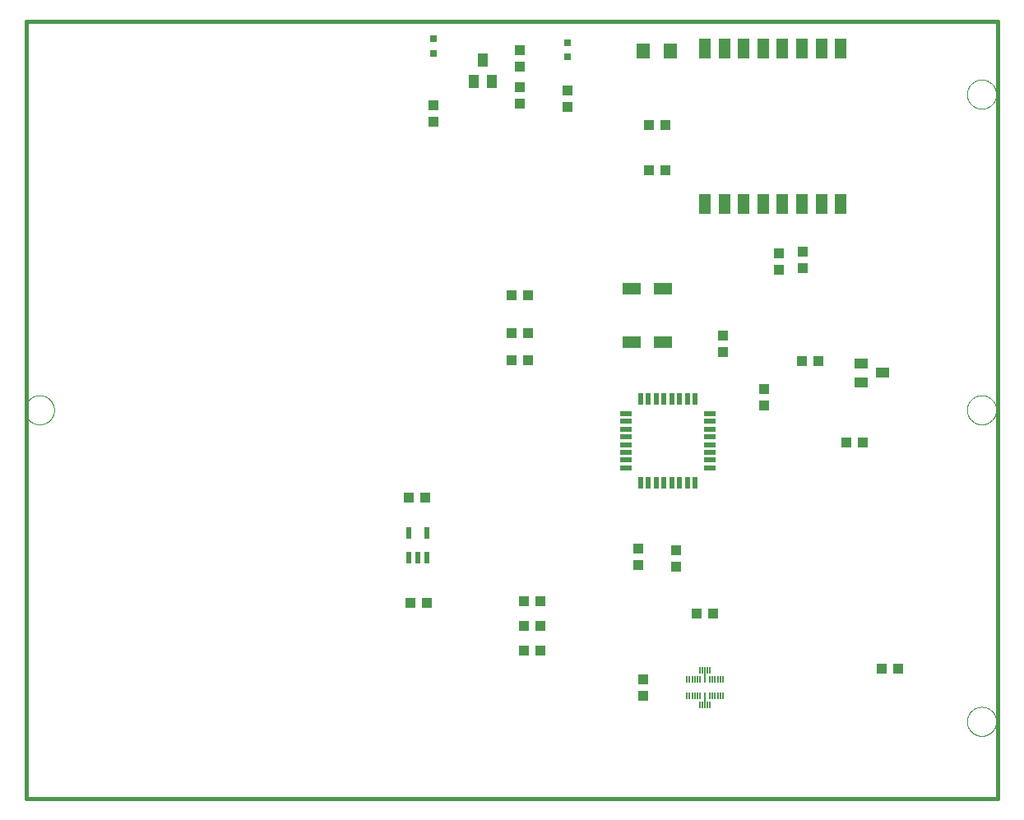
<source format=gtp>
G75*
%MOIN*%
%OFA0B0*%
%FSLAX25Y25*%
%IPPOS*%
%LPD*%
%AMOC8*
5,1,8,0,0,1.08239X$1,22.5*
%
%ADD10C,0.01600*%
%ADD11C,0.00000*%
%ADD12R,0.05512X0.06299*%
%ADD13R,0.04331X0.03937*%
%ADD14R,0.02165X0.04724*%
%ADD15R,0.03937X0.04331*%
%ADD16R,0.07480X0.05118*%
%ADD17R,0.03150X0.03150*%
%ADD18R,0.05118X0.07874*%
%ADD19R,0.02200X0.05000*%
%ADD20R,0.05000X0.02200*%
%ADD21R,0.01121X0.02756*%
%ADD22R,0.03937X0.05512*%
%ADD23R,0.05512X0.03937*%
D10*
X0001800Y0018126D02*
X0395501Y0018126D01*
X0395501Y0333087D01*
X0001800Y0333087D01*
X0001800Y0018126D01*
D11*
X0001209Y0175606D02*
X0001211Y0175759D01*
X0001217Y0175913D01*
X0001227Y0176066D01*
X0001241Y0176218D01*
X0001259Y0176371D01*
X0001281Y0176522D01*
X0001306Y0176673D01*
X0001336Y0176824D01*
X0001370Y0176974D01*
X0001407Y0177122D01*
X0001448Y0177270D01*
X0001493Y0177416D01*
X0001542Y0177562D01*
X0001595Y0177706D01*
X0001651Y0177848D01*
X0001711Y0177989D01*
X0001775Y0178129D01*
X0001842Y0178267D01*
X0001913Y0178403D01*
X0001988Y0178537D01*
X0002065Y0178669D01*
X0002147Y0178799D01*
X0002231Y0178927D01*
X0002319Y0179053D01*
X0002410Y0179176D01*
X0002504Y0179297D01*
X0002602Y0179415D01*
X0002702Y0179531D01*
X0002806Y0179644D01*
X0002912Y0179755D01*
X0003021Y0179863D01*
X0003133Y0179968D01*
X0003247Y0180069D01*
X0003365Y0180168D01*
X0003484Y0180264D01*
X0003606Y0180357D01*
X0003731Y0180446D01*
X0003858Y0180533D01*
X0003987Y0180615D01*
X0004118Y0180695D01*
X0004251Y0180771D01*
X0004386Y0180844D01*
X0004523Y0180913D01*
X0004662Y0180978D01*
X0004802Y0181040D01*
X0004944Y0181098D01*
X0005087Y0181153D01*
X0005232Y0181204D01*
X0005378Y0181251D01*
X0005525Y0181294D01*
X0005673Y0181333D01*
X0005822Y0181369D01*
X0005972Y0181400D01*
X0006123Y0181428D01*
X0006274Y0181452D01*
X0006427Y0181472D01*
X0006579Y0181488D01*
X0006732Y0181500D01*
X0006885Y0181508D01*
X0007038Y0181512D01*
X0007192Y0181512D01*
X0007345Y0181508D01*
X0007498Y0181500D01*
X0007651Y0181488D01*
X0007803Y0181472D01*
X0007956Y0181452D01*
X0008107Y0181428D01*
X0008258Y0181400D01*
X0008408Y0181369D01*
X0008557Y0181333D01*
X0008705Y0181294D01*
X0008852Y0181251D01*
X0008998Y0181204D01*
X0009143Y0181153D01*
X0009286Y0181098D01*
X0009428Y0181040D01*
X0009568Y0180978D01*
X0009707Y0180913D01*
X0009844Y0180844D01*
X0009979Y0180771D01*
X0010112Y0180695D01*
X0010243Y0180615D01*
X0010372Y0180533D01*
X0010499Y0180446D01*
X0010624Y0180357D01*
X0010746Y0180264D01*
X0010865Y0180168D01*
X0010983Y0180069D01*
X0011097Y0179968D01*
X0011209Y0179863D01*
X0011318Y0179755D01*
X0011424Y0179644D01*
X0011528Y0179531D01*
X0011628Y0179415D01*
X0011726Y0179297D01*
X0011820Y0179176D01*
X0011911Y0179053D01*
X0011999Y0178927D01*
X0012083Y0178799D01*
X0012165Y0178669D01*
X0012242Y0178537D01*
X0012317Y0178403D01*
X0012388Y0178267D01*
X0012455Y0178129D01*
X0012519Y0177989D01*
X0012579Y0177848D01*
X0012635Y0177706D01*
X0012688Y0177562D01*
X0012737Y0177416D01*
X0012782Y0177270D01*
X0012823Y0177122D01*
X0012860Y0176974D01*
X0012894Y0176824D01*
X0012924Y0176673D01*
X0012949Y0176522D01*
X0012971Y0176371D01*
X0012989Y0176218D01*
X0013003Y0176066D01*
X0013013Y0175913D01*
X0013019Y0175759D01*
X0013021Y0175606D01*
X0013019Y0175453D01*
X0013013Y0175299D01*
X0013003Y0175146D01*
X0012989Y0174994D01*
X0012971Y0174841D01*
X0012949Y0174690D01*
X0012924Y0174539D01*
X0012894Y0174388D01*
X0012860Y0174238D01*
X0012823Y0174090D01*
X0012782Y0173942D01*
X0012737Y0173796D01*
X0012688Y0173650D01*
X0012635Y0173506D01*
X0012579Y0173364D01*
X0012519Y0173223D01*
X0012455Y0173083D01*
X0012388Y0172945D01*
X0012317Y0172809D01*
X0012242Y0172675D01*
X0012165Y0172543D01*
X0012083Y0172413D01*
X0011999Y0172285D01*
X0011911Y0172159D01*
X0011820Y0172036D01*
X0011726Y0171915D01*
X0011628Y0171797D01*
X0011528Y0171681D01*
X0011424Y0171568D01*
X0011318Y0171457D01*
X0011209Y0171349D01*
X0011097Y0171244D01*
X0010983Y0171143D01*
X0010865Y0171044D01*
X0010746Y0170948D01*
X0010624Y0170855D01*
X0010499Y0170766D01*
X0010372Y0170679D01*
X0010243Y0170597D01*
X0010112Y0170517D01*
X0009979Y0170441D01*
X0009844Y0170368D01*
X0009707Y0170299D01*
X0009568Y0170234D01*
X0009428Y0170172D01*
X0009286Y0170114D01*
X0009143Y0170059D01*
X0008998Y0170008D01*
X0008852Y0169961D01*
X0008705Y0169918D01*
X0008557Y0169879D01*
X0008408Y0169843D01*
X0008258Y0169812D01*
X0008107Y0169784D01*
X0007956Y0169760D01*
X0007803Y0169740D01*
X0007651Y0169724D01*
X0007498Y0169712D01*
X0007345Y0169704D01*
X0007192Y0169700D01*
X0007038Y0169700D01*
X0006885Y0169704D01*
X0006732Y0169712D01*
X0006579Y0169724D01*
X0006427Y0169740D01*
X0006274Y0169760D01*
X0006123Y0169784D01*
X0005972Y0169812D01*
X0005822Y0169843D01*
X0005673Y0169879D01*
X0005525Y0169918D01*
X0005378Y0169961D01*
X0005232Y0170008D01*
X0005087Y0170059D01*
X0004944Y0170114D01*
X0004802Y0170172D01*
X0004662Y0170234D01*
X0004523Y0170299D01*
X0004386Y0170368D01*
X0004251Y0170441D01*
X0004118Y0170517D01*
X0003987Y0170597D01*
X0003858Y0170679D01*
X0003731Y0170766D01*
X0003606Y0170855D01*
X0003484Y0170948D01*
X0003365Y0171044D01*
X0003247Y0171143D01*
X0003133Y0171244D01*
X0003021Y0171349D01*
X0002912Y0171457D01*
X0002806Y0171568D01*
X0002702Y0171681D01*
X0002602Y0171797D01*
X0002504Y0171915D01*
X0002410Y0172036D01*
X0002319Y0172159D01*
X0002231Y0172285D01*
X0002147Y0172413D01*
X0002065Y0172543D01*
X0001988Y0172675D01*
X0001913Y0172809D01*
X0001842Y0172945D01*
X0001775Y0173083D01*
X0001711Y0173223D01*
X0001651Y0173364D01*
X0001595Y0173506D01*
X0001542Y0173650D01*
X0001493Y0173796D01*
X0001448Y0173942D01*
X0001407Y0174090D01*
X0001370Y0174238D01*
X0001336Y0174388D01*
X0001306Y0174539D01*
X0001281Y0174690D01*
X0001259Y0174841D01*
X0001241Y0174994D01*
X0001227Y0175146D01*
X0001217Y0175299D01*
X0001211Y0175453D01*
X0001209Y0175606D01*
X0383040Y0175606D02*
X0383042Y0175759D01*
X0383048Y0175913D01*
X0383058Y0176066D01*
X0383072Y0176218D01*
X0383090Y0176371D01*
X0383112Y0176522D01*
X0383137Y0176673D01*
X0383167Y0176824D01*
X0383201Y0176974D01*
X0383238Y0177122D01*
X0383279Y0177270D01*
X0383324Y0177416D01*
X0383373Y0177562D01*
X0383426Y0177706D01*
X0383482Y0177848D01*
X0383542Y0177989D01*
X0383606Y0178129D01*
X0383673Y0178267D01*
X0383744Y0178403D01*
X0383819Y0178537D01*
X0383896Y0178669D01*
X0383978Y0178799D01*
X0384062Y0178927D01*
X0384150Y0179053D01*
X0384241Y0179176D01*
X0384335Y0179297D01*
X0384433Y0179415D01*
X0384533Y0179531D01*
X0384637Y0179644D01*
X0384743Y0179755D01*
X0384852Y0179863D01*
X0384964Y0179968D01*
X0385078Y0180069D01*
X0385196Y0180168D01*
X0385315Y0180264D01*
X0385437Y0180357D01*
X0385562Y0180446D01*
X0385689Y0180533D01*
X0385818Y0180615D01*
X0385949Y0180695D01*
X0386082Y0180771D01*
X0386217Y0180844D01*
X0386354Y0180913D01*
X0386493Y0180978D01*
X0386633Y0181040D01*
X0386775Y0181098D01*
X0386918Y0181153D01*
X0387063Y0181204D01*
X0387209Y0181251D01*
X0387356Y0181294D01*
X0387504Y0181333D01*
X0387653Y0181369D01*
X0387803Y0181400D01*
X0387954Y0181428D01*
X0388105Y0181452D01*
X0388258Y0181472D01*
X0388410Y0181488D01*
X0388563Y0181500D01*
X0388716Y0181508D01*
X0388869Y0181512D01*
X0389023Y0181512D01*
X0389176Y0181508D01*
X0389329Y0181500D01*
X0389482Y0181488D01*
X0389634Y0181472D01*
X0389787Y0181452D01*
X0389938Y0181428D01*
X0390089Y0181400D01*
X0390239Y0181369D01*
X0390388Y0181333D01*
X0390536Y0181294D01*
X0390683Y0181251D01*
X0390829Y0181204D01*
X0390974Y0181153D01*
X0391117Y0181098D01*
X0391259Y0181040D01*
X0391399Y0180978D01*
X0391538Y0180913D01*
X0391675Y0180844D01*
X0391810Y0180771D01*
X0391943Y0180695D01*
X0392074Y0180615D01*
X0392203Y0180533D01*
X0392330Y0180446D01*
X0392455Y0180357D01*
X0392577Y0180264D01*
X0392696Y0180168D01*
X0392814Y0180069D01*
X0392928Y0179968D01*
X0393040Y0179863D01*
X0393149Y0179755D01*
X0393255Y0179644D01*
X0393359Y0179531D01*
X0393459Y0179415D01*
X0393557Y0179297D01*
X0393651Y0179176D01*
X0393742Y0179053D01*
X0393830Y0178927D01*
X0393914Y0178799D01*
X0393996Y0178669D01*
X0394073Y0178537D01*
X0394148Y0178403D01*
X0394219Y0178267D01*
X0394286Y0178129D01*
X0394350Y0177989D01*
X0394410Y0177848D01*
X0394466Y0177706D01*
X0394519Y0177562D01*
X0394568Y0177416D01*
X0394613Y0177270D01*
X0394654Y0177122D01*
X0394691Y0176974D01*
X0394725Y0176824D01*
X0394755Y0176673D01*
X0394780Y0176522D01*
X0394802Y0176371D01*
X0394820Y0176218D01*
X0394834Y0176066D01*
X0394844Y0175913D01*
X0394850Y0175759D01*
X0394852Y0175606D01*
X0394850Y0175453D01*
X0394844Y0175299D01*
X0394834Y0175146D01*
X0394820Y0174994D01*
X0394802Y0174841D01*
X0394780Y0174690D01*
X0394755Y0174539D01*
X0394725Y0174388D01*
X0394691Y0174238D01*
X0394654Y0174090D01*
X0394613Y0173942D01*
X0394568Y0173796D01*
X0394519Y0173650D01*
X0394466Y0173506D01*
X0394410Y0173364D01*
X0394350Y0173223D01*
X0394286Y0173083D01*
X0394219Y0172945D01*
X0394148Y0172809D01*
X0394073Y0172675D01*
X0393996Y0172543D01*
X0393914Y0172413D01*
X0393830Y0172285D01*
X0393742Y0172159D01*
X0393651Y0172036D01*
X0393557Y0171915D01*
X0393459Y0171797D01*
X0393359Y0171681D01*
X0393255Y0171568D01*
X0393149Y0171457D01*
X0393040Y0171349D01*
X0392928Y0171244D01*
X0392814Y0171143D01*
X0392696Y0171044D01*
X0392577Y0170948D01*
X0392455Y0170855D01*
X0392330Y0170766D01*
X0392203Y0170679D01*
X0392074Y0170597D01*
X0391943Y0170517D01*
X0391810Y0170441D01*
X0391675Y0170368D01*
X0391538Y0170299D01*
X0391399Y0170234D01*
X0391259Y0170172D01*
X0391117Y0170114D01*
X0390974Y0170059D01*
X0390829Y0170008D01*
X0390683Y0169961D01*
X0390536Y0169918D01*
X0390388Y0169879D01*
X0390239Y0169843D01*
X0390089Y0169812D01*
X0389938Y0169784D01*
X0389787Y0169760D01*
X0389634Y0169740D01*
X0389482Y0169724D01*
X0389329Y0169712D01*
X0389176Y0169704D01*
X0389023Y0169700D01*
X0388869Y0169700D01*
X0388716Y0169704D01*
X0388563Y0169712D01*
X0388410Y0169724D01*
X0388258Y0169740D01*
X0388105Y0169760D01*
X0387954Y0169784D01*
X0387803Y0169812D01*
X0387653Y0169843D01*
X0387504Y0169879D01*
X0387356Y0169918D01*
X0387209Y0169961D01*
X0387063Y0170008D01*
X0386918Y0170059D01*
X0386775Y0170114D01*
X0386633Y0170172D01*
X0386493Y0170234D01*
X0386354Y0170299D01*
X0386217Y0170368D01*
X0386082Y0170441D01*
X0385949Y0170517D01*
X0385818Y0170597D01*
X0385689Y0170679D01*
X0385562Y0170766D01*
X0385437Y0170855D01*
X0385315Y0170948D01*
X0385196Y0171044D01*
X0385078Y0171143D01*
X0384964Y0171244D01*
X0384852Y0171349D01*
X0384743Y0171457D01*
X0384637Y0171568D01*
X0384533Y0171681D01*
X0384433Y0171797D01*
X0384335Y0171915D01*
X0384241Y0172036D01*
X0384150Y0172159D01*
X0384062Y0172285D01*
X0383978Y0172413D01*
X0383896Y0172543D01*
X0383819Y0172675D01*
X0383744Y0172809D01*
X0383673Y0172945D01*
X0383606Y0173083D01*
X0383542Y0173223D01*
X0383482Y0173364D01*
X0383426Y0173506D01*
X0383373Y0173650D01*
X0383324Y0173796D01*
X0383279Y0173942D01*
X0383238Y0174090D01*
X0383201Y0174238D01*
X0383167Y0174388D01*
X0383137Y0174539D01*
X0383112Y0174690D01*
X0383090Y0174841D01*
X0383072Y0174994D01*
X0383058Y0175146D01*
X0383048Y0175299D01*
X0383042Y0175453D01*
X0383040Y0175606D01*
X0383040Y0049346D02*
X0383042Y0049499D01*
X0383048Y0049653D01*
X0383058Y0049806D01*
X0383072Y0049958D01*
X0383090Y0050111D01*
X0383112Y0050262D01*
X0383137Y0050413D01*
X0383167Y0050564D01*
X0383201Y0050714D01*
X0383238Y0050862D01*
X0383279Y0051010D01*
X0383324Y0051156D01*
X0383373Y0051302D01*
X0383426Y0051446D01*
X0383482Y0051588D01*
X0383542Y0051729D01*
X0383606Y0051869D01*
X0383673Y0052007D01*
X0383744Y0052143D01*
X0383819Y0052277D01*
X0383896Y0052409D01*
X0383978Y0052539D01*
X0384062Y0052667D01*
X0384150Y0052793D01*
X0384241Y0052916D01*
X0384335Y0053037D01*
X0384433Y0053155D01*
X0384533Y0053271D01*
X0384637Y0053384D01*
X0384743Y0053495D01*
X0384852Y0053603D01*
X0384964Y0053708D01*
X0385078Y0053809D01*
X0385196Y0053908D01*
X0385315Y0054004D01*
X0385437Y0054097D01*
X0385562Y0054186D01*
X0385689Y0054273D01*
X0385818Y0054355D01*
X0385949Y0054435D01*
X0386082Y0054511D01*
X0386217Y0054584D01*
X0386354Y0054653D01*
X0386493Y0054718D01*
X0386633Y0054780D01*
X0386775Y0054838D01*
X0386918Y0054893D01*
X0387063Y0054944D01*
X0387209Y0054991D01*
X0387356Y0055034D01*
X0387504Y0055073D01*
X0387653Y0055109D01*
X0387803Y0055140D01*
X0387954Y0055168D01*
X0388105Y0055192D01*
X0388258Y0055212D01*
X0388410Y0055228D01*
X0388563Y0055240D01*
X0388716Y0055248D01*
X0388869Y0055252D01*
X0389023Y0055252D01*
X0389176Y0055248D01*
X0389329Y0055240D01*
X0389482Y0055228D01*
X0389634Y0055212D01*
X0389787Y0055192D01*
X0389938Y0055168D01*
X0390089Y0055140D01*
X0390239Y0055109D01*
X0390388Y0055073D01*
X0390536Y0055034D01*
X0390683Y0054991D01*
X0390829Y0054944D01*
X0390974Y0054893D01*
X0391117Y0054838D01*
X0391259Y0054780D01*
X0391399Y0054718D01*
X0391538Y0054653D01*
X0391675Y0054584D01*
X0391810Y0054511D01*
X0391943Y0054435D01*
X0392074Y0054355D01*
X0392203Y0054273D01*
X0392330Y0054186D01*
X0392455Y0054097D01*
X0392577Y0054004D01*
X0392696Y0053908D01*
X0392814Y0053809D01*
X0392928Y0053708D01*
X0393040Y0053603D01*
X0393149Y0053495D01*
X0393255Y0053384D01*
X0393359Y0053271D01*
X0393459Y0053155D01*
X0393557Y0053037D01*
X0393651Y0052916D01*
X0393742Y0052793D01*
X0393830Y0052667D01*
X0393914Y0052539D01*
X0393996Y0052409D01*
X0394073Y0052277D01*
X0394148Y0052143D01*
X0394219Y0052007D01*
X0394286Y0051869D01*
X0394350Y0051729D01*
X0394410Y0051588D01*
X0394466Y0051446D01*
X0394519Y0051302D01*
X0394568Y0051156D01*
X0394613Y0051010D01*
X0394654Y0050862D01*
X0394691Y0050714D01*
X0394725Y0050564D01*
X0394755Y0050413D01*
X0394780Y0050262D01*
X0394802Y0050111D01*
X0394820Y0049958D01*
X0394834Y0049806D01*
X0394844Y0049653D01*
X0394850Y0049499D01*
X0394852Y0049346D01*
X0394850Y0049193D01*
X0394844Y0049039D01*
X0394834Y0048886D01*
X0394820Y0048734D01*
X0394802Y0048581D01*
X0394780Y0048430D01*
X0394755Y0048279D01*
X0394725Y0048128D01*
X0394691Y0047978D01*
X0394654Y0047830D01*
X0394613Y0047682D01*
X0394568Y0047536D01*
X0394519Y0047390D01*
X0394466Y0047246D01*
X0394410Y0047104D01*
X0394350Y0046963D01*
X0394286Y0046823D01*
X0394219Y0046685D01*
X0394148Y0046549D01*
X0394073Y0046415D01*
X0393996Y0046283D01*
X0393914Y0046153D01*
X0393830Y0046025D01*
X0393742Y0045899D01*
X0393651Y0045776D01*
X0393557Y0045655D01*
X0393459Y0045537D01*
X0393359Y0045421D01*
X0393255Y0045308D01*
X0393149Y0045197D01*
X0393040Y0045089D01*
X0392928Y0044984D01*
X0392814Y0044883D01*
X0392696Y0044784D01*
X0392577Y0044688D01*
X0392455Y0044595D01*
X0392330Y0044506D01*
X0392203Y0044419D01*
X0392074Y0044337D01*
X0391943Y0044257D01*
X0391810Y0044181D01*
X0391675Y0044108D01*
X0391538Y0044039D01*
X0391399Y0043974D01*
X0391259Y0043912D01*
X0391117Y0043854D01*
X0390974Y0043799D01*
X0390829Y0043748D01*
X0390683Y0043701D01*
X0390536Y0043658D01*
X0390388Y0043619D01*
X0390239Y0043583D01*
X0390089Y0043552D01*
X0389938Y0043524D01*
X0389787Y0043500D01*
X0389634Y0043480D01*
X0389482Y0043464D01*
X0389329Y0043452D01*
X0389176Y0043444D01*
X0389023Y0043440D01*
X0388869Y0043440D01*
X0388716Y0043444D01*
X0388563Y0043452D01*
X0388410Y0043464D01*
X0388258Y0043480D01*
X0388105Y0043500D01*
X0387954Y0043524D01*
X0387803Y0043552D01*
X0387653Y0043583D01*
X0387504Y0043619D01*
X0387356Y0043658D01*
X0387209Y0043701D01*
X0387063Y0043748D01*
X0386918Y0043799D01*
X0386775Y0043854D01*
X0386633Y0043912D01*
X0386493Y0043974D01*
X0386354Y0044039D01*
X0386217Y0044108D01*
X0386082Y0044181D01*
X0385949Y0044257D01*
X0385818Y0044337D01*
X0385689Y0044419D01*
X0385562Y0044506D01*
X0385437Y0044595D01*
X0385315Y0044688D01*
X0385196Y0044784D01*
X0385078Y0044883D01*
X0384964Y0044984D01*
X0384852Y0045089D01*
X0384743Y0045197D01*
X0384637Y0045308D01*
X0384533Y0045421D01*
X0384433Y0045537D01*
X0384335Y0045655D01*
X0384241Y0045776D01*
X0384150Y0045899D01*
X0384062Y0046025D01*
X0383978Y0046153D01*
X0383896Y0046283D01*
X0383819Y0046415D01*
X0383744Y0046549D01*
X0383673Y0046685D01*
X0383606Y0046823D01*
X0383542Y0046963D01*
X0383482Y0047104D01*
X0383426Y0047246D01*
X0383373Y0047390D01*
X0383324Y0047536D01*
X0383279Y0047682D01*
X0383238Y0047830D01*
X0383201Y0047978D01*
X0383167Y0048128D01*
X0383137Y0048279D01*
X0383112Y0048430D01*
X0383090Y0048581D01*
X0383072Y0048734D01*
X0383058Y0048886D01*
X0383048Y0049039D01*
X0383042Y0049193D01*
X0383040Y0049346D01*
X0383040Y0303559D02*
X0383042Y0303712D01*
X0383048Y0303866D01*
X0383058Y0304019D01*
X0383072Y0304171D01*
X0383090Y0304324D01*
X0383112Y0304475D01*
X0383137Y0304626D01*
X0383167Y0304777D01*
X0383201Y0304927D01*
X0383238Y0305075D01*
X0383279Y0305223D01*
X0383324Y0305369D01*
X0383373Y0305515D01*
X0383426Y0305659D01*
X0383482Y0305801D01*
X0383542Y0305942D01*
X0383606Y0306082D01*
X0383673Y0306220D01*
X0383744Y0306356D01*
X0383819Y0306490D01*
X0383896Y0306622D01*
X0383978Y0306752D01*
X0384062Y0306880D01*
X0384150Y0307006D01*
X0384241Y0307129D01*
X0384335Y0307250D01*
X0384433Y0307368D01*
X0384533Y0307484D01*
X0384637Y0307597D01*
X0384743Y0307708D01*
X0384852Y0307816D01*
X0384964Y0307921D01*
X0385078Y0308022D01*
X0385196Y0308121D01*
X0385315Y0308217D01*
X0385437Y0308310D01*
X0385562Y0308399D01*
X0385689Y0308486D01*
X0385818Y0308568D01*
X0385949Y0308648D01*
X0386082Y0308724D01*
X0386217Y0308797D01*
X0386354Y0308866D01*
X0386493Y0308931D01*
X0386633Y0308993D01*
X0386775Y0309051D01*
X0386918Y0309106D01*
X0387063Y0309157D01*
X0387209Y0309204D01*
X0387356Y0309247D01*
X0387504Y0309286D01*
X0387653Y0309322D01*
X0387803Y0309353D01*
X0387954Y0309381D01*
X0388105Y0309405D01*
X0388258Y0309425D01*
X0388410Y0309441D01*
X0388563Y0309453D01*
X0388716Y0309461D01*
X0388869Y0309465D01*
X0389023Y0309465D01*
X0389176Y0309461D01*
X0389329Y0309453D01*
X0389482Y0309441D01*
X0389634Y0309425D01*
X0389787Y0309405D01*
X0389938Y0309381D01*
X0390089Y0309353D01*
X0390239Y0309322D01*
X0390388Y0309286D01*
X0390536Y0309247D01*
X0390683Y0309204D01*
X0390829Y0309157D01*
X0390974Y0309106D01*
X0391117Y0309051D01*
X0391259Y0308993D01*
X0391399Y0308931D01*
X0391538Y0308866D01*
X0391675Y0308797D01*
X0391810Y0308724D01*
X0391943Y0308648D01*
X0392074Y0308568D01*
X0392203Y0308486D01*
X0392330Y0308399D01*
X0392455Y0308310D01*
X0392577Y0308217D01*
X0392696Y0308121D01*
X0392814Y0308022D01*
X0392928Y0307921D01*
X0393040Y0307816D01*
X0393149Y0307708D01*
X0393255Y0307597D01*
X0393359Y0307484D01*
X0393459Y0307368D01*
X0393557Y0307250D01*
X0393651Y0307129D01*
X0393742Y0307006D01*
X0393830Y0306880D01*
X0393914Y0306752D01*
X0393996Y0306622D01*
X0394073Y0306490D01*
X0394148Y0306356D01*
X0394219Y0306220D01*
X0394286Y0306082D01*
X0394350Y0305942D01*
X0394410Y0305801D01*
X0394466Y0305659D01*
X0394519Y0305515D01*
X0394568Y0305369D01*
X0394613Y0305223D01*
X0394654Y0305075D01*
X0394691Y0304927D01*
X0394725Y0304777D01*
X0394755Y0304626D01*
X0394780Y0304475D01*
X0394802Y0304324D01*
X0394820Y0304171D01*
X0394834Y0304019D01*
X0394844Y0303866D01*
X0394850Y0303712D01*
X0394852Y0303559D01*
X0394850Y0303406D01*
X0394844Y0303252D01*
X0394834Y0303099D01*
X0394820Y0302947D01*
X0394802Y0302794D01*
X0394780Y0302643D01*
X0394755Y0302492D01*
X0394725Y0302341D01*
X0394691Y0302191D01*
X0394654Y0302043D01*
X0394613Y0301895D01*
X0394568Y0301749D01*
X0394519Y0301603D01*
X0394466Y0301459D01*
X0394410Y0301317D01*
X0394350Y0301176D01*
X0394286Y0301036D01*
X0394219Y0300898D01*
X0394148Y0300762D01*
X0394073Y0300628D01*
X0393996Y0300496D01*
X0393914Y0300366D01*
X0393830Y0300238D01*
X0393742Y0300112D01*
X0393651Y0299989D01*
X0393557Y0299868D01*
X0393459Y0299750D01*
X0393359Y0299634D01*
X0393255Y0299521D01*
X0393149Y0299410D01*
X0393040Y0299302D01*
X0392928Y0299197D01*
X0392814Y0299096D01*
X0392696Y0298997D01*
X0392577Y0298901D01*
X0392455Y0298808D01*
X0392330Y0298719D01*
X0392203Y0298632D01*
X0392074Y0298550D01*
X0391943Y0298470D01*
X0391810Y0298394D01*
X0391675Y0298321D01*
X0391538Y0298252D01*
X0391399Y0298187D01*
X0391259Y0298125D01*
X0391117Y0298067D01*
X0390974Y0298012D01*
X0390829Y0297961D01*
X0390683Y0297914D01*
X0390536Y0297871D01*
X0390388Y0297832D01*
X0390239Y0297796D01*
X0390089Y0297765D01*
X0389938Y0297737D01*
X0389787Y0297713D01*
X0389634Y0297693D01*
X0389482Y0297677D01*
X0389329Y0297665D01*
X0389176Y0297657D01*
X0389023Y0297653D01*
X0388869Y0297653D01*
X0388716Y0297657D01*
X0388563Y0297665D01*
X0388410Y0297677D01*
X0388258Y0297693D01*
X0388105Y0297713D01*
X0387954Y0297737D01*
X0387803Y0297765D01*
X0387653Y0297796D01*
X0387504Y0297832D01*
X0387356Y0297871D01*
X0387209Y0297914D01*
X0387063Y0297961D01*
X0386918Y0298012D01*
X0386775Y0298067D01*
X0386633Y0298125D01*
X0386493Y0298187D01*
X0386354Y0298252D01*
X0386217Y0298321D01*
X0386082Y0298394D01*
X0385949Y0298470D01*
X0385818Y0298550D01*
X0385689Y0298632D01*
X0385562Y0298719D01*
X0385437Y0298808D01*
X0385315Y0298901D01*
X0385196Y0298997D01*
X0385078Y0299096D01*
X0384964Y0299197D01*
X0384852Y0299302D01*
X0384743Y0299410D01*
X0384637Y0299521D01*
X0384533Y0299634D01*
X0384433Y0299750D01*
X0384335Y0299868D01*
X0384241Y0299989D01*
X0384150Y0300112D01*
X0384062Y0300238D01*
X0383978Y0300366D01*
X0383896Y0300496D01*
X0383819Y0300628D01*
X0383744Y0300762D01*
X0383673Y0300898D01*
X0383606Y0301036D01*
X0383542Y0301176D01*
X0383482Y0301317D01*
X0383426Y0301459D01*
X0383373Y0301603D01*
X0383324Y0301749D01*
X0383279Y0301895D01*
X0383238Y0302043D01*
X0383201Y0302191D01*
X0383167Y0302341D01*
X0383137Y0302492D01*
X0383112Y0302643D01*
X0383090Y0302794D01*
X0383072Y0302947D01*
X0383058Y0303099D01*
X0383048Y0303252D01*
X0383042Y0303406D01*
X0383040Y0303559D01*
D12*
X0262768Y0320972D03*
X0251744Y0320972D03*
D13*
X0221229Y0305127D03*
X0221229Y0298434D03*
X0201800Y0299780D03*
X0201800Y0306472D03*
X0201800Y0314780D03*
X0201800Y0321472D03*
X0166800Y0298972D03*
X0166800Y0292280D03*
X0253992Y0290972D03*
X0260685Y0290972D03*
X0260719Y0272780D03*
X0254027Y0272780D03*
X0306800Y0238972D03*
X0306800Y0232280D03*
X0316365Y0233016D03*
X0316365Y0239709D03*
X0300776Y0183972D03*
X0300776Y0177280D03*
X0210146Y0078126D03*
X0203454Y0078126D03*
X0164132Y0097331D03*
X0157439Y0097331D03*
X0156726Y0139943D03*
X0163419Y0139943D03*
X0251800Y0066472D03*
X0251800Y0059780D03*
D14*
X0164242Y0115579D03*
X0160502Y0115579D03*
X0156762Y0115579D03*
X0156762Y0125816D03*
X0164242Y0125816D03*
D15*
X0203454Y0098126D03*
X0210146Y0098126D03*
X0210146Y0088126D03*
X0203454Y0088126D03*
X0249748Y0112577D03*
X0249748Y0119270D03*
X0265225Y0118677D03*
X0265225Y0111984D03*
X0273454Y0093126D03*
X0280146Y0093126D03*
X0348454Y0070626D03*
X0355146Y0070626D03*
X0340883Y0162492D03*
X0334190Y0162492D03*
X0322646Y0195252D03*
X0315954Y0195252D03*
X0284038Y0199157D03*
X0284038Y0205850D03*
X0205146Y0206650D03*
X0198454Y0206650D03*
X0198454Y0195626D03*
X0205146Y0195626D03*
X0205146Y0222201D03*
X0198454Y0222201D03*
D16*
X0247050Y0224661D03*
X0259648Y0224661D03*
X0259648Y0203007D03*
X0247050Y0203007D03*
D17*
X0221229Y0318657D03*
X0221229Y0324563D03*
X0166800Y0326079D03*
X0166800Y0320173D03*
D18*
X0276741Y0322122D03*
X0284615Y0322122D03*
X0292489Y0322122D03*
X0300363Y0322122D03*
X0308237Y0322122D03*
X0316111Y0322122D03*
X0323985Y0322122D03*
X0331859Y0322122D03*
X0331859Y0259130D03*
X0323985Y0259130D03*
X0316111Y0259130D03*
X0308237Y0259130D03*
X0300363Y0259130D03*
X0292489Y0259130D03*
X0284615Y0259130D03*
X0276741Y0259130D03*
D19*
X0272824Y0180026D03*
X0269674Y0180026D03*
X0266524Y0180026D03*
X0263375Y0180026D03*
X0260225Y0180026D03*
X0257076Y0180026D03*
X0253926Y0180026D03*
X0250776Y0180026D03*
X0250776Y0146226D03*
X0253926Y0146226D03*
X0257076Y0146226D03*
X0260225Y0146226D03*
X0263375Y0146226D03*
X0266524Y0146226D03*
X0269674Y0146226D03*
X0272824Y0146226D03*
D20*
X0278700Y0152102D03*
X0278700Y0155252D03*
X0278700Y0158402D03*
X0278700Y0161551D03*
X0278700Y0164701D03*
X0278700Y0167850D03*
X0278700Y0171000D03*
X0278700Y0174150D03*
X0244900Y0174150D03*
X0244900Y0171000D03*
X0244900Y0167850D03*
X0244900Y0164701D03*
X0244900Y0161551D03*
X0244900Y0158402D03*
X0244900Y0155252D03*
X0244900Y0152102D03*
D21*
X0274643Y0070202D03*
X0275718Y0070202D03*
X0276802Y0070202D03*
X0277867Y0070200D03*
X0278939Y0070200D03*
X0276802Y0068571D03*
X0276800Y0066374D03*
X0278769Y0066374D03*
X0279817Y0066369D03*
X0280892Y0066369D03*
X0281976Y0066369D03*
X0283041Y0066366D03*
X0284112Y0066366D03*
X0284153Y0059876D03*
X0283081Y0059876D03*
X0282016Y0059878D03*
X0280932Y0059878D03*
X0279857Y0059878D03*
X0278769Y0059878D03*
X0276800Y0059878D03*
X0276800Y0057922D03*
X0276802Y0056047D03*
X0277867Y0056045D03*
X0278939Y0056045D03*
X0275718Y0056047D03*
X0274643Y0056047D03*
X0274831Y0059878D03*
X0273762Y0059877D03*
X0272690Y0059877D03*
X0271625Y0059879D03*
X0270541Y0059879D03*
X0269467Y0059879D03*
X0269478Y0066361D03*
X0270552Y0066361D03*
X0271636Y0066361D03*
X0272702Y0066359D03*
X0273773Y0066359D03*
X0274831Y0066374D03*
D22*
X0190540Y0308795D03*
X0183060Y0308795D03*
X0186800Y0317457D03*
D23*
X0339969Y0194366D03*
X0339969Y0186886D03*
X0348631Y0190626D03*
M02*

</source>
